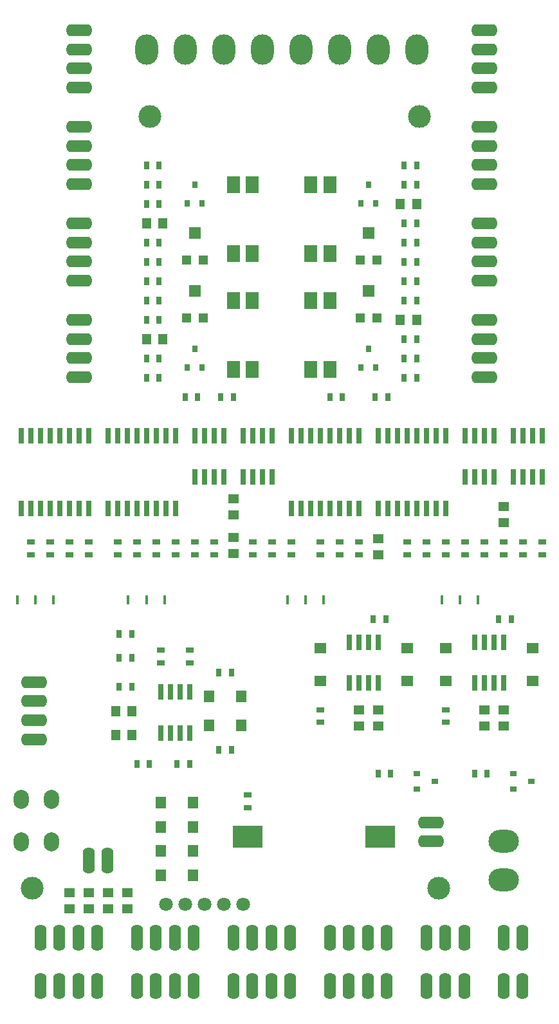
<source format=gbr>
%TF.GenerationSoftware,Altium Limited,Altium Designer,21.0.4 (50)*%
G04 Layer_Color=255*
%FSLAX25Y25*%
%MOIN*%
%TF.SameCoordinates,7C4F9ACF-F1D8-4562-922E-26F05696B097*%
%TF.FilePolarity,Positive*%
%TF.FileFunction,Pads,Top*%
%TF.Part,Single*%
G01*
G75*
%TA.AperFunction,SMDPad,CuDef*%
%ADD10R,0.03150X0.03937*%
%ADD11R,0.04500X0.05400*%
%ADD12R,0.05709X0.06496*%
%ADD13R,0.15748X0.11811*%
%ADD14R,0.03937X0.03150*%
%ADD15R,0.02756X0.07874*%
%ADD16R,0.03740X0.03150*%
%ADD17R,0.01181X0.05118*%
%ADD18R,0.06496X0.05709*%
%ADD19R,0.05400X0.04500*%
%ADD20R,0.03150X0.03740*%
%ADD21R,0.07087X0.09055*%
%ADD22R,0.04724X0.04724*%
%ADD23R,0.06299X0.06299*%
%TA.AperFunction,ComponentPad*%
%ADD27O,0.13780X0.06299*%
%ADD28O,0.11811X0.15748*%
%TA.AperFunction,WasherPad*%
%ADD29C,0.11811*%
%TA.AperFunction,ComponentPad*%
%ADD30O,0.06299X0.13780*%
%ADD31C,0.07087*%
%ADD32O,0.07874X0.09843*%
%ADD33O,0.15748X0.11811*%
D10*
X97500Y135000D02*
D03*
X90906D02*
D03*
X60906Y175000D02*
D03*
X67500D02*
D03*
X112500Y182500D02*
D03*
X119094D02*
D03*
X112500Y142500D02*
D03*
X119094D02*
D03*
X67500Y202500D02*
D03*
X60906D02*
D03*
X67500Y190000D02*
D03*
X60906D02*
D03*
X192500Y210000D02*
D03*
X199094D02*
D03*
X257500D02*
D03*
X264094D02*
D03*
X70000Y135000D02*
D03*
X76594D02*
D03*
X201594Y130000D02*
D03*
X195000D02*
D03*
X251594D02*
D03*
X245000D02*
D03*
X200000Y325000D02*
D03*
X193406D02*
D03*
X170000D02*
D03*
X176594D02*
D03*
X101594D02*
D03*
X95000D02*
D03*
X208406Y375000D02*
D03*
X215000D02*
D03*
X208406Y385000D02*
D03*
X215000D02*
D03*
X208406Y335000D02*
D03*
X215000D02*
D03*
X208406Y345000D02*
D03*
X215000D02*
D03*
X208406Y355000D02*
D03*
X215000D02*
D03*
X208406Y415000D02*
D03*
X215000D02*
D03*
X208406Y435000D02*
D03*
X215000D02*
D03*
X208406Y445000D02*
D03*
X215000D02*
D03*
X208406Y405000D02*
D03*
X215000D02*
D03*
X208406Y395000D02*
D03*
X215000D02*
D03*
X75000Y435000D02*
D03*
X81594D02*
D03*
X75000Y445000D02*
D03*
X81594D02*
D03*
Y345000D02*
D03*
X75000D02*
D03*
X81594Y365000D02*
D03*
X75000D02*
D03*
X81594Y335000D02*
D03*
X75000D02*
D03*
Y425000D02*
D03*
X81594D02*
D03*
X75000Y405000D02*
D03*
X81594D02*
D03*
Y375000D02*
D03*
X75000D02*
D03*
X81594Y385000D02*
D03*
X75000D02*
D03*
Y395000D02*
D03*
X81594D02*
D03*
X120000Y325000D02*
D03*
X113406D02*
D03*
D11*
X67500Y162500D02*
D03*
X59000D02*
D03*
X67500Y150000D02*
D03*
X59000D02*
D03*
X206500Y365000D02*
D03*
X215000D02*
D03*
X206500Y425000D02*
D03*
X215000D02*
D03*
X75000Y355000D02*
D03*
X83500D02*
D03*
Y415000D02*
D03*
X75000D02*
D03*
D12*
X124232Y170000D02*
D03*
X107500D02*
D03*
X124232Y155000D02*
D03*
X107500D02*
D03*
X99232Y115000D02*
D03*
X82500D02*
D03*
X99232Y102500D02*
D03*
X82500D02*
D03*
X99232Y90000D02*
D03*
X82500D02*
D03*
X99232Y77500D02*
D03*
X82500D02*
D03*
D13*
X127500Y97500D02*
D03*
X196004D02*
D03*
D14*
X97500Y194094D02*
D03*
Y187500D02*
D03*
X82500Y194094D02*
D03*
Y187500D02*
D03*
X230000Y163268D02*
D03*
Y156673D02*
D03*
X165000Y163268D02*
D03*
Y156673D02*
D03*
X250000Y243406D02*
D03*
X270000D02*
D03*
X260000D02*
D03*
X280000D02*
D03*
X100000D02*
D03*
X150000D02*
D03*
X110000D02*
D03*
X140000D02*
D03*
X130000D02*
D03*
X240000D02*
D03*
X230000D02*
D03*
X220000D02*
D03*
X210000D02*
D03*
X185000D02*
D03*
X175000D02*
D03*
X165000D02*
D03*
X90000D02*
D03*
X80000D02*
D03*
X70000D02*
D03*
X45000D02*
D03*
X25000D02*
D03*
X35000D02*
D03*
X15000D02*
D03*
X60000D02*
D03*
X127500Y119094D02*
D03*
X250000Y250000D02*
D03*
X270000D02*
D03*
X260000D02*
D03*
X280000D02*
D03*
X100000D02*
D03*
X150000D02*
D03*
X110000D02*
D03*
X140000D02*
D03*
X130000D02*
D03*
X240000D02*
D03*
X230000D02*
D03*
X220000D02*
D03*
X210000D02*
D03*
X185000D02*
D03*
X175000D02*
D03*
X165000D02*
D03*
X90000D02*
D03*
X80000D02*
D03*
X70000D02*
D03*
X45000D02*
D03*
X25000D02*
D03*
X35000D02*
D03*
X15000D02*
D03*
X60000D02*
D03*
X127500Y112500D02*
D03*
D15*
X92500Y151270D02*
D03*
X97500D02*
D03*
X87500D02*
D03*
X82500D02*
D03*
X92500Y172530D02*
D03*
X82500D02*
D03*
X87500D02*
D03*
X97500D02*
D03*
X190000Y177008D02*
D03*
X195000D02*
D03*
X185000D02*
D03*
X180000D02*
D03*
X190000Y198268D02*
D03*
X180000D02*
D03*
X185000D02*
D03*
X195000D02*
D03*
X255000Y177038D02*
D03*
X260000D02*
D03*
X250000D02*
D03*
X245000D02*
D03*
X255000Y198298D02*
D03*
X245000D02*
D03*
X250000D02*
D03*
X260000D02*
D03*
X280000Y305000D02*
D03*
X275000D02*
D03*
X270000D02*
D03*
X265000D02*
D03*
X280000Y283740D02*
D03*
X275000D02*
D03*
X270000D02*
D03*
X265000D02*
D03*
X240000D02*
D03*
X245000D02*
D03*
X250000D02*
D03*
X255000D02*
D03*
X240000Y305000D02*
D03*
X245000D02*
D03*
X250000D02*
D03*
X255000D02*
D03*
X195000Y267598D02*
D03*
X200000D02*
D03*
X205000D02*
D03*
X210000D02*
D03*
X215000D02*
D03*
X220000D02*
D03*
X225000D02*
D03*
X230000D02*
D03*
X195000Y305000D02*
D03*
X200000D02*
D03*
X205000D02*
D03*
X210000D02*
D03*
X215000D02*
D03*
X220000D02*
D03*
X225000D02*
D03*
X230000D02*
D03*
X150000Y267598D02*
D03*
X155000D02*
D03*
X160000D02*
D03*
X165000D02*
D03*
X170000D02*
D03*
X175000D02*
D03*
X180000D02*
D03*
X185000D02*
D03*
X150000Y305000D02*
D03*
X155000D02*
D03*
X160000D02*
D03*
X165000D02*
D03*
X170000D02*
D03*
X175000D02*
D03*
X180000D02*
D03*
X185000D02*
D03*
X140000D02*
D03*
X135000D02*
D03*
X130000D02*
D03*
X125000D02*
D03*
X140000Y283740D02*
D03*
X135000D02*
D03*
X130000D02*
D03*
X125000D02*
D03*
X115000Y305000D02*
D03*
X110000D02*
D03*
X105000D02*
D03*
X100000D02*
D03*
X115000Y283740D02*
D03*
X110000D02*
D03*
X105000D02*
D03*
X100000D02*
D03*
X55000Y267598D02*
D03*
X60000D02*
D03*
X65000D02*
D03*
X70000D02*
D03*
X75000D02*
D03*
X80000D02*
D03*
X85000D02*
D03*
X90000D02*
D03*
X55000Y305000D02*
D03*
X60000D02*
D03*
X65000D02*
D03*
X70000D02*
D03*
X75000D02*
D03*
X80000D02*
D03*
X85000D02*
D03*
X90000D02*
D03*
X10000Y267598D02*
D03*
X15000D02*
D03*
X20000D02*
D03*
X25000D02*
D03*
X30000D02*
D03*
X35000D02*
D03*
X40000D02*
D03*
X45000D02*
D03*
X10000Y305000D02*
D03*
X15000D02*
D03*
X20000D02*
D03*
X25000D02*
D03*
X30000D02*
D03*
X35000D02*
D03*
X40000D02*
D03*
X45000D02*
D03*
D16*
X224449Y126063D02*
D03*
X215000Y130000D02*
D03*
Y122126D02*
D03*
X274449Y126063D02*
D03*
X265000Y130000D02*
D03*
Y122126D02*
D03*
D17*
X246850Y220000D02*
D03*
X237500D02*
D03*
X228150D02*
D03*
X166850D02*
D03*
X157500D02*
D03*
X148150D02*
D03*
X65650D02*
D03*
X75000D02*
D03*
X84350D02*
D03*
X8150D02*
D03*
X17500D02*
D03*
X26850D02*
D03*
D18*
X230000Y195000D02*
D03*
Y178268D02*
D03*
X275000Y195000D02*
D03*
Y178268D02*
D03*
X165000Y195000D02*
D03*
Y178268D02*
D03*
X210000Y195000D02*
D03*
Y178268D02*
D03*
D19*
X260000Y163268D02*
D03*
Y154768D02*
D03*
X250000Y163268D02*
D03*
Y154768D02*
D03*
X195000Y163268D02*
D03*
Y154768D02*
D03*
X185000Y163268D02*
D03*
Y154768D02*
D03*
X35000Y68500D02*
D03*
Y60000D02*
D03*
X65000Y68500D02*
D03*
Y60000D02*
D03*
X55000Y68500D02*
D03*
Y60000D02*
D03*
X45000Y68500D02*
D03*
Y60000D02*
D03*
X195000Y243406D02*
D03*
X120000Y244000D02*
D03*
X260000Y260000D02*
D03*
X120000Y264000D02*
D03*
X260000Y268500D02*
D03*
X195000Y251906D02*
D03*
X120000Y252500D02*
D03*
Y272500D02*
D03*
D20*
X186063Y425551D02*
D03*
X193937D02*
D03*
X190000Y435000D02*
D03*
Y350000D02*
D03*
X193937Y340551D02*
D03*
X186063D02*
D03*
X100000Y350000D02*
D03*
X103937Y340551D02*
D03*
X96063D02*
D03*
X100000Y435000D02*
D03*
X103937Y425551D02*
D03*
X96063D02*
D03*
D21*
X170000Y435000D02*
D03*
X160157D02*
D03*
X170000Y399567D02*
D03*
X160157D02*
D03*
X129843Y435000D02*
D03*
X120000D02*
D03*
X129843Y399567D02*
D03*
X120000D02*
D03*
X160157Y339567D02*
D03*
X170000D02*
D03*
X160157Y375000D02*
D03*
X170000D02*
D03*
X120000Y339567D02*
D03*
X129843D02*
D03*
X120000Y375000D02*
D03*
X129843D02*
D03*
D22*
X185669Y396220D02*
D03*
X194331D02*
D03*
X185669Y366220D02*
D03*
X194331D02*
D03*
X104331D02*
D03*
X95669D02*
D03*
X104331Y396220D02*
D03*
X95669D02*
D03*
D23*
X190000Y410000D02*
D03*
Y380000D02*
D03*
X100000D02*
D03*
Y410000D02*
D03*
D27*
X222500Y104843D02*
D03*
Y95000D02*
D03*
X16732Y147973D02*
D03*
X16732Y157815D02*
D03*
Y177500D02*
D03*
Y167657D02*
D03*
X250000Y355157D02*
D03*
Y365000D02*
D03*
Y345315D02*
D03*
Y335472D02*
D03*
Y405157D02*
D03*
Y415000D02*
D03*
Y395315D02*
D03*
Y385472D02*
D03*
X40000Y365000D02*
D03*
Y355157D02*
D03*
Y335472D02*
D03*
Y345315D02*
D03*
Y415000D02*
D03*
Y405157D02*
D03*
Y385472D02*
D03*
Y395315D02*
D03*
Y515000D02*
D03*
Y505157D02*
D03*
Y485472D02*
D03*
Y495315D02*
D03*
Y465000D02*
D03*
Y455157D02*
D03*
Y435472D02*
D03*
Y445315D02*
D03*
X250000Y455157D02*
D03*
Y465000D02*
D03*
Y445315D02*
D03*
Y435472D02*
D03*
Y505157D02*
D03*
Y515000D02*
D03*
Y495315D02*
D03*
Y485472D02*
D03*
D28*
X215000Y505000D02*
D03*
X195000D02*
D03*
X115000D02*
D03*
X135000D02*
D03*
X75000D02*
D03*
X95000D02*
D03*
X155000D02*
D03*
X175000D02*
D03*
D29*
X226378Y70866D02*
D03*
X15748D02*
D03*
X216535Y470472D02*
D03*
X76772D02*
D03*
D30*
X45000Y85000D02*
D03*
X54843D02*
D03*
X220000Y20000D02*
D03*
X120000Y45000D02*
D03*
Y20000D02*
D03*
X170000D02*
D03*
X99527Y45000D02*
D03*
X70000Y20000D02*
D03*
X29842Y20000D02*
D03*
X39685D02*
D03*
X49527D02*
D03*
X20000Y20000D02*
D03*
X79842Y45000D02*
D03*
X89685D02*
D03*
X70000Y45000D02*
D03*
X229843Y20000D02*
D03*
X239685D02*
D03*
X220000Y45000D02*
D03*
X229843D02*
D03*
X239685D02*
D03*
X269843D02*
D03*
X260000D02*
D03*
X269843Y20000D02*
D03*
X260000D02*
D03*
X149527Y45000D02*
D03*
X139685D02*
D03*
X129842D02*
D03*
X149527Y20000D02*
D03*
X139685D02*
D03*
X129842D02*
D03*
X199527D02*
D03*
X189685D02*
D03*
X179842D02*
D03*
X20000Y45000D02*
D03*
X49527Y45000D02*
D03*
X39685D02*
D03*
X29842D02*
D03*
X170000Y45000D02*
D03*
X199527Y45000D02*
D03*
X189685D02*
D03*
X179842D02*
D03*
X99527Y20000D02*
D03*
X89685D02*
D03*
X79842D02*
D03*
D31*
X125000Y62500D02*
D03*
X105000D02*
D03*
X115000D02*
D03*
X95000D02*
D03*
X85000D02*
D03*
D32*
X10000Y94665D02*
D03*
Y116713D02*
D03*
X25748D02*
D03*
Y94665D02*
D03*
D33*
X260000Y95000D02*
D03*
Y75000D02*
D03*
%TF.MD5,de83e861b7c470567799197d2312bdf3*%
M02*

</source>
